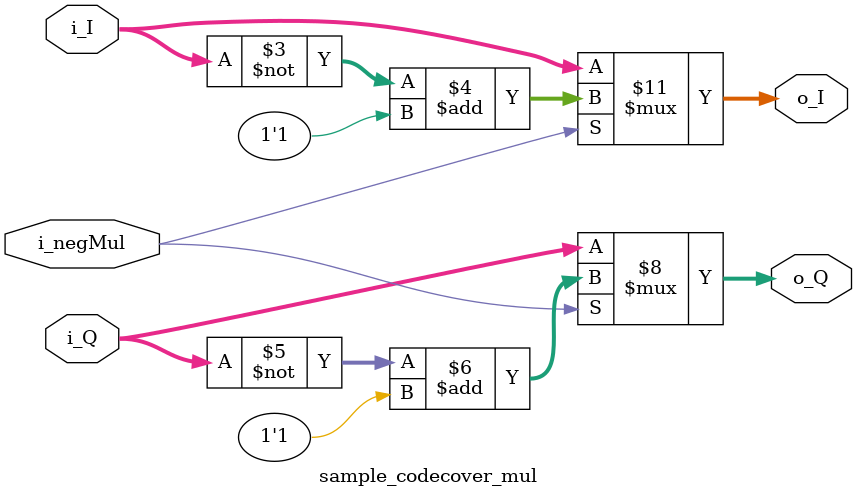
<source format=v>
`timescale 1ns / 1ps


module sample_codecover_mul#(parameter DATA_WIDTH = 16)
(
    input [DATA_WIDTH-1:0] i_I,
    input [DATA_WIDTH-1:0] i_Q,
    input i_negMul,
    output reg [DATA_WIDTH-1:0] o_I,
    output reg [DATA_WIDTH-1:0] o_Q
);

always@(*)
begin
    if(i_negMul == 1'b1)
        begin
            o_I = ~i_I + 1'b1;
            o_Q = ~i_Q + 1'b1;
        end
    else
        begin
            o_I = i_I;
            o_Q = i_Q;
        end
end
endmodule

</source>
